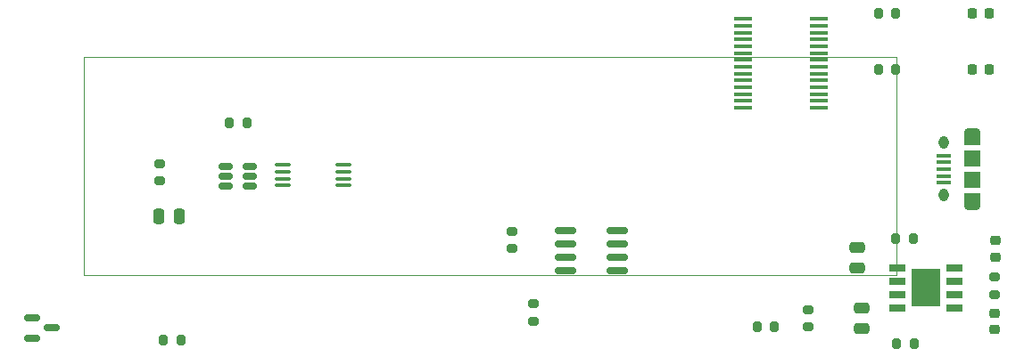
<source format=gbr>
%TF.GenerationSoftware,KiCad,Pcbnew,6.0.4-6f826c9f35~116~ubuntu21.10.1*%
%TF.CreationDate,2022-03-20T22:22:29+02:00*%
%TF.ProjectId,main,6d61696e-2e6b-4696-9361-645f70636258,rev?*%
%TF.SameCoordinates,Original*%
%TF.FileFunction,Paste,Top*%
%TF.FilePolarity,Positive*%
%FSLAX46Y46*%
G04 Gerber Fmt 4.6, Leading zero omitted, Abs format (unit mm)*
G04 Created by KiCad (PCBNEW 6.0.4-6f826c9f35~116~ubuntu21.10.1) date 2022-03-20 22:22:29*
%MOMM*%
%LPD*%
G01*
G04 APERTURE LIST*
G04 Aperture macros list*
%AMRoundRect*
0 Rectangle with rounded corners*
0 $1 Rounding radius*
0 $2 $3 $4 $5 $6 $7 $8 $9 X,Y pos of 4 corners*
0 Add a 4 corners polygon primitive as box body*
4,1,4,$2,$3,$4,$5,$6,$7,$8,$9,$2,$3,0*
0 Add four circle primitives for the rounded corners*
1,1,$1+$1,$2,$3*
1,1,$1+$1,$4,$5*
1,1,$1+$1,$6,$7*
1,1,$1+$1,$8,$9*
0 Add four rect primitives between the rounded corners*
20,1,$1+$1,$2,$3,$4,$5,0*
20,1,$1+$1,$4,$5,$6,$7,0*
20,1,$1+$1,$6,$7,$8,$9,0*
20,1,$1+$1,$8,$9,$2,$3,0*%
G04 Aperture macros list end*
%ADD10C,0.120000*%
%ADD11R,1.500000X0.650000*%
%ADD12R,2.700000X3.600000*%
%ADD13RoundRect,0.200000X-0.200000X-0.275000X0.200000X-0.275000X0.200000X0.275000X-0.200000X0.275000X0*%
%ADD14RoundRect,0.250000X0.475000X-0.250000X0.475000X0.250000X-0.475000X0.250000X-0.475000X-0.250000X0*%
%ADD15RoundRect,0.150000X0.825000X0.150000X-0.825000X0.150000X-0.825000X-0.150000X0.825000X-0.150000X0*%
%ADD16R,1.750000X0.450000*%
%ADD17RoundRect,0.218750X-0.218750X-0.256250X0.218750X-0.256250X0.218750X0.256250X-0.218750X0.256250X0*%
%ADD18RoundRect,0.218750X0.256250X-0.218750X0.256250X0.218750X-0.256250X0.218750X-0.256250X-0.218750X0*%
%ADD19O,1.550000X0.890000*%
%ADD20O,0.950000X1.250000*%
%ADD21R,1.350000X0.400000*%
%ADD22R,1.550000X1.200000*%
%ADD23R,1.550000X1.500000*%
%ADD24RoundRect,0.200000X0.200000X0.275000X-0.200000X0.275000X-0.200000X-0.275000X0.200000X-0.275000X0*%
%ADD25RoundRect,0.150000X0.512500X0.150000X-0.512500X0.150000X-0.512500X-0.150000X0.512500X-0.150000X0*%
%ADD26RoundRect,0.250000X-0.475000X0.250000X-0.475000X-0.250000X0.475000X-0.250000X0.475000X0.250000X0*%
%ADD27RoundRect,0.250000X-0.250000X-0.475000X0.250000X-0.475000X0.250000X0.475000X-0.250000X0.475000X0*%
%ADD28RoundRect,0.200000X-0.275000X0.200000X-0.275000X-0.200000X0.275000X-0.200000X0.275000X0.200000X0*%
%ADD29RoundRect,0.100000X-0.637500X-0.100000X0.637500X-0.100000X0.637500X0.100000X-0.637500X0.100000X0*%
%ADD30RoundRect,0.218750X-0.256250X0.218750X-0.256250X-0.218750X0.256250X-0.218750X0.256250X0.218750X0*%
%ADD31RoundRect,0.150000X-0.587500X-0.150000X0.587500X-0.150000X0.587500X0.150000X-0.587500X0.150000X0*%
G04 APERTURE END LIST*
D10*
%TO.C,BT1*%
X96650000Y-86000000D02*
X96650000Y-106700000D01*
X173750000Y-86000000D02*
X96650000Y-86000000D01*
X173750000Y-106700000D02*
X173750000Y-86000000D01*
X96650000Y-106700000D02*
X173750000Y-106700000D01*
%TD*%
D11*
%TO.C,U1*%
X179250000Y-109835000D03*
X179250000Y-108565000D03*
X179250000Y-107295000D03*
X179250000Y-106025000D03*
X173850000Y-106025000D03*
X173850000Y-107295000D03*
X173850000Y-108565000D03*
X173850000Y-109835000D03*
D12*
X176550000Y-107930000D03*
%TD*%
D13*
%TO.C,R1*%
X173695000Y-103270000D03*
X175345000Y-103270000D03*
%TD*%
D14*
%TO.C,C2*%
X170060000Y-105990000D03*
X170060000Y-104090000D03*
%TD*%
D15*
%TO.C,U5*%
X147290000Y-106300000D03*
X147290000Y-105030000D03*
X147290000Y-103760000D03*
X147290000Y-102490000D03*
X142340000Y-102490000D03*
X142340000Y-103760000D03*
X142340000Y-105030000D03*
X142340000Y-106300000D03*
%TD*%
D16*
%TO.C,U8*%
X159170000Y-82345000D03*
X159170000Y-82995000D03*
X159170000Y-83645000D03*
X159170000Y-84295000D03*
X159170000Y-84945000D03*
X159170000Y-85595000D03*
X159170000Y-86245000D03*
X159170000Y-86895000D03*
X159170000Y-87545000D03*
X159170000Y-88195000D03*
X159170000Y-88845000D03*
X159170000Y-89495000D03*
X159170000Y-90145000D03*
X159170000Y-90795000D03*
X166370000Y-90795000D03*
X166370000Y-90145000D03*
X166370000Y-89495000D03*
X166370000Y-88845000D03*
X166370000Y-88195000D03*
X166370000Y-87545000D03*
X166370000Y-86895000D03*
X166370000Y-86245000D03*
X166370000Y-85595000D03*
X166370000Y-84945000D03*
X166370000Y-84295000D03*
X166370000Y-83645000D03*
X166370000Y-82995000D03*
X166370000Y-82345000D03*
%TD*%
D17*
%TO.C,D3*%
X180942500Y-81782500D03*
X182517500Y-81782500D03*
%TD*%
D18*
%TO.C,D1*%
X183080000Y-111900000D03*
X183080000Y-110325000D03*
%TD*%
D19*
%TO.C,J1*%
X180970000Y-93120000D03*
D20*
X178270000Y-99120000D03*
X178270000Y-94120000D03*
D19*
X180970000Y-100120000D03*
D21*
X178270000Y-97920000D03*
X178270000Y-97270000D03*
X178270000Y-96620000D03*
X178270000Y-95970000D03*
X178270000Y-95320000D03*
D22*
X180970000Y-93720000D03*
X180970000Y-99520000D03*
D23*
X180970000Y-97620000D03*
X180970000Y-95620000D03*
%TD*%
D13*
%TO.C,R4*%
X110425000Y-92230000D03*
X112075000Y-92230000D03*
%TD*%
D24*
%TO.C,R12*%
X173665000Y-87120000D03*
X172015000Y-87120000D03*
%TD*%
D25*
%TO.C,U2*%
X112347500Y-98260000D03*
X112347500Y-97310000D03*
X112347500Y-96360000D03*
X110072500Y-96360000D03*
X110072500Y-97310000D03*
X110072500Y-98260000D03*
%TD*%
D26*
%TO.C,C1*%
X170470000Y-109860000D03*
X170470000Y-111760000D03*
%TD*%
D24*
%TO.C,R11*%
X173680000Y-81810000D03*
X172030000Y-81810000D03*
%TD*%
D13*
%TO.C,R2*%
X173785000Y-113210000D03*
X175435000Y-113210000D03*
%TD*%
D27*
%TO.C,C3*%
X103770000Y-101160000D03*
X105670000Y-101160000D03*
%TD*%
D28*
%TO.C,R10*%
X137240000Y-102555000D03*
X137240000Y-104205000D03*
%TD*%
D17*
%TO.C,D4*%
X180942500Y-87160000D03*
X182517500Y-87160000D03*
%TD*%
D29*
%TO.C,U3*%
X115527500Y-96245000D03*
X115527500Y-96895000D03*
X115527500Y-97545000D03*
X115527500Y-98195000D03*
X121252500Y-98195000D03*
X121252500Y-97545000D03*
X121252500Y-96895000D03*
X121252500Y-96245000D03*
%TD*%
D24*
%TO.C,R7*%
X162175000Y-111610000D03*
X160525000Y-111610000D03*
%TD*%
D28*
%TO.C,R9*%
X139290000Y-109435000D03*
X139290000Y-111085000D03*
%TD*%
%TO.C,R5*%
X103780000Y-96105000D03*
X103780000Y-97755000D03*
%TD*%
D30*
%TO.C,D2*%
X183110000Y-103402500D03*
X183110000Y-104977500D03*
%TD*%
D13*
%TO.C,R8*%
X104175000Y-112880000D03*
X105825000Y-112880000D03*
%TD*%
D28*
%TO.C,R6*%
X165330000Y-109975000D03*
X165330000Y-111625000D03*
%TD*%
D31*
%TO.C,U4*%
X91712500Y-110790000D03*
X91712500Y-112690000D03*
X93587500Y-111740000D03*
%TD*%
D28*
%TO.C,R3*%
X183030000Y-106895000D03*
X183030000Y-108545000D03*
%TD*%
M02*

</source>
